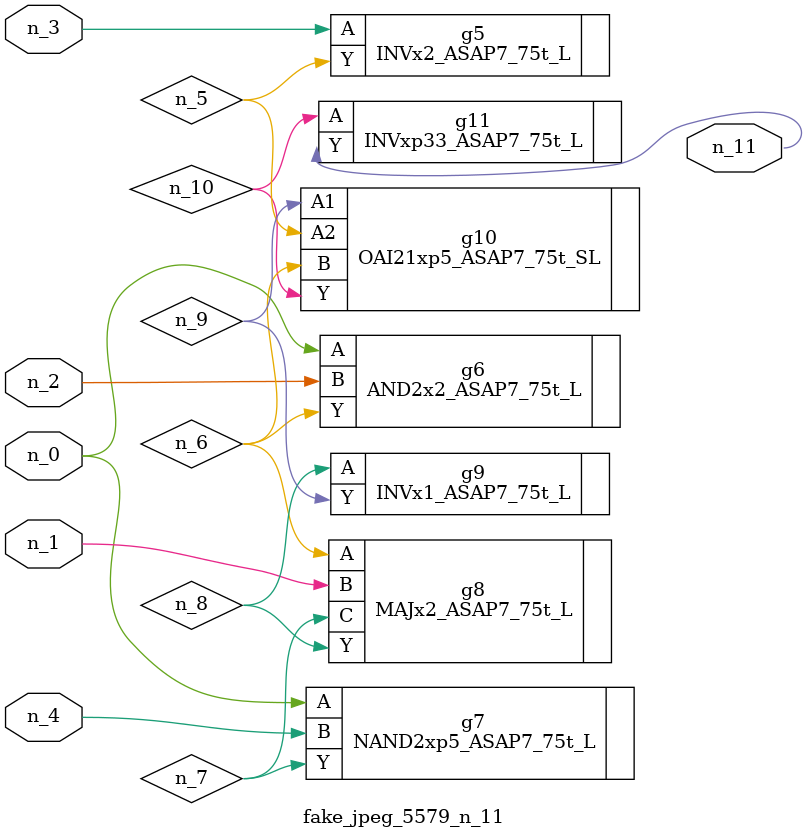
<source format=v>
module fake_jpeg_5579_n_11 (n_3, n_2, n_1, n_0, n_4, n_11);

input n_3;
input n_2;
input n_1;
input n_0;
input n_4;

output n_11;

wire n_10;
wire n_8;
wire n_9;
wire n_6;
wire n_5;
wire n_7;

INVx2_ASAP7_75t_L g5 ( 
.A(n_3),
.Y(n_5)
);

AND2x2_ASAP7_75t_L g6 ( 
.A(n_0),
.B(n_2),
.Y(n_6)
);

NAND2xp5_ASAP7_75t_L g7 ( 
.A(n_0),
.B(n_4),
.Y(n_7)
);

MAJx2_ASAP7_75t_L g8 ( 
.A(n_6),
.B(n_1),
.C(n_7),
.Y(n_8)
);

INVx1_ASAP7_75t_L g9 ( 
.A(n_8),
.Y(n_9)
);

OAI21xp5_ASAP7_75t_SL g10 ( 
.A1(n_9),
.A2(n_5),
.B(n_6),
.Y(n_10)
);

INVxp33_ASAP7_75t_L g11 ( 
.A(n_10),
.Y(n_11)
);


endmodule
</source>
